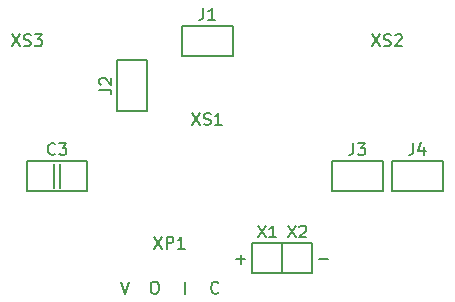
<source format=gbr>
G04 #@! TF.GenerationSoftware,KiCad,Pcbnew,5.1.6-c6e7f7d~87~ubuntu19.10.1*
G04 #@! TF.CreationDate,2022-01-09T14:59:42+06:00*
G04 #@! TF.ProjectId,1590N1_connector_board_r1,31353930-4e31-45f6-936f-6e6e6563746f,1A*
G04 #@! TF.SameCoordinates,Original*
G04 #@! TF.FileFunction,Legend,Top*
G04 #@! TF.FilePolarity,Positive*
%FSLAX46Y46*%
G04 Gerber Fmt 4.6, Leading zero omitted, Abs format (unit mm)*
G04 Created by KiCad (PCBNEW 5.1.6-c6e7f7d~87~ubuntu19.10.1) date 2022-01-09 14:59:42*
%MOMM*%
%LPD*%
G01*
G04 APERTURE LIST*
%ADD10C,0.200000*%
%ADD11O,5.400000X3.400000*%
%ADD12O,3.400000X5.400000*%
%ADD13O,5.900000X3.400000*%
%ADD14R,2.300000X2.300000*%
%ADD15C,2.300000*%
%ADD16O,2.900000X4.400000*%
%ADD17O,3.100000X4.400000*%
%ADD18R,2.000000X2.200000*%
%ADD19R,2.200000X2.000000*%
G04 APERTURE END LIST*
D10*
X106354523Y-160377142D02*
X106306904Y-160424761D01*
X106164047Y-160472380D01*
X106068809Y-160472380D01*
X105925952Y-160424761D01*
X105830714Y-160329523D01*
X105783095Y-160234285D01*
X105735476Y-160043809D01*
X105735476Y-159900952D01*
X105783095Y-159710476D01*
X105830714Y-159615238D01*
X105925952Y-159520000D01*
X106068809Y-159472380D01*
X106164047Y-159472380D01*
X106306904Y-159520000D01*
X106354523Y-159567619D01*
X103505000Y-160472380D02*
X103505000Y-159472380D01*
X100869761Y-159472380D02*
X101060238Y-159472380D01*
X101155476Y-159520000D01*
X101250714Y-159615238D01*
X101298333Y-159805714D01*
X101298333Y-160139047D01*
X101250714Y-160329523D01*
X101155476Y-160424761D01*
X101060238Y-160472380D01*
X100869761Y-160472380D01*
X100774523Y-160424761D01*
X100679285Y-160329523D01*
X100631666Y-160139047D01*
X100631666Y-159805714D01*
X100679285Y-159615238D01*
X100774523Y-159520000D01*
X100869761Y-159472380D01*
X98091666Y-159472380D02*
X98425000Y-160472380D01*
X98758333Y-159472380D01*
X114871547Y-157551428D02*
X115633452Y-157551428D01*
X107886547Y-157551428D02*
X108648452Y-157551428D01*
X108267500Y-157932380D02*
X108267500Y-157170476D01*
X95250000Y-149225000D02*
X90170000Y-149225000D01*
X95250000Y-151765000D02*
X90170000Y-151765000D01*
X92456000Y-151511000D02*
X92456000Y-149479000D01*
X92964000Y-151511000D02*
X92964000Y-149479000D01*
X90170000Y-151765000D02*
X90170000Y-149225000D01*
X95250000Y-151765000D02*
X95250000Y-149225000D01*
X125349000Y-151765000D02*
X125349000Y-149225000D01*
X121031000Y-151765000D02*
X121031000Y-149225000D01*
X125349000Y-151765000D02*
X121031000Y-151765000D01*
X125349000Y-149225000D02*
X121031000Y-149225000D01*
X115951000Y-149225000D02*
X115951000Y-151765000D01*
X120269000Y-149225000D02*
X120269000Y-151765000D01*
X115951000Y-149225000D02*
X120269000Y-149225000D01*
X115951000Y-151765000D02*
X120269000Y-151765000D01*
X97790000Y-140716000D02*
X97790000Y-145034000D01*
X100330000Y-140716000D02*
X100330000Y-145034000D01*
X100330000Y-145034000D02*
X97790000Y-145034000D01*
X100330000Y-140716000D02*
X97790000Y-140716000D01*
X107569000Y-137795000D02*
X103251000Y-137795000D01*
X107569000Y-140335000D02*
X103251000Y-140335000D01*
X103251000Y-140335000D02*
X103251000Y-137795000D01*
X107569000Y-140335000D02*
X107569000Y-137795000D01*
X111760000Y-156210000D02*
X111760000Y-158750000D01*
X109220000Y-156210000D02*
X109220000Y-158750000D01*
X109220000Y-158750000D02*
X111760000Y-158750000D01*
X109220000Y-156210000D02*
X111760000Y-156210000D01*
X114300000Y-156210000D02*
X114300000Y-158750000D01*
X111760000Y-156210000D02*
X111760000Y-158750000D01*
X111760000Y-158750000D02*
X114300000Y-158750000D01*
X111760000Y-156210000D02*
X114300000Y-156210000D01*
X104124285Y-145184880D02*
X104790952Y-146184880D01*
X104790952Y-145184880D02*
X104124285Y-146184880D01*
X105124285Y-146137261D02*
X105267142Y-146184880D01*
X105505238Y-146184880D01*
X105600476Y-146137261D01*
X105648095Y-146089642D01*
X105695714Y-145994404D01*
X105695714Y-145899166D01*
X105648095Y-145803928D01*
X105600476Y-145756309D01*
X105505238Y-145708690D01*
X105314761Y-145661071D01*
X105219523Y-145613452D01*
X105171904Y-145565833D01*
X105124285Y-145470595D01*
X105124285Y-145375357D01*
X105171904Y-145280119D01*
X105219523Y-145232500D01*
X105314761Y-145184880D01*
X105552857Y-145184880D01*
X105695714Y-145232500D01*
X106648095Y-146184880D02*
X106076666Y-146184880D01*
X106362380Y-146184880D02*
X106362380Y-145184880D01*
X106267142Y-145327738D01*
X106171904Y-145422976D01*
X106076666Y-145470595D01*
X100925476Y-155662380D02*
X101592142Y-156662380D01*
X101592142Y-155662380D02*
X100925476Y-156662380D01*
X101973095Y-156662380D02*
X101973095Y-155662380D01*
X102354047Y-155662380D01*
X102449285Y-155710000D01*
X102496904Y-155757619D01*
X102544523Y-155852857D01*
X102544523Y-155995714D01*
X102496904Y-156090952D01*
X102449285Y-156138571D01*
X102354047Y-156186190D01*
X101973095Y-156186190D01*
X103496904Y-156662380D02*
X102925476Y-156662380D01*
X103211190Y-156662380D02*
X103211190Y-155662380D01*
X103115952Y-155805238D01*
X103020714Y-155900476D01*
X102925476Y-155948095D01*
X88884285Y-138517380D02*
X89550952Y-139517380D01*
X89550952Y-138517380D02*
X88884285Y-139517380D01*
X89884285Y-139469761D02*
X90027142Y-139517380D01*
X90265238Y-139517380D01*
X90360476Y-139469761D01*
X90408095Y-139422142D01*
X90455714Y-139326904D01*
X90455714Y-139231666D01*
X90408095Y-139136428D01*
X90360476Y-139088809D01*
X90265238Y-139041190D01*
X90074761Y-138993571D01*
X89979523Y-138945952D01*
X89931904Y-138898333D01*
X89884285Y-138803095D01*
X89884285Y-138707857D01*
X89931904Y-138612619D01*
X89979523Y-138565000D01*
X90074761Y-138517380D01*
X90312857Y-138517380D01*
X90455714Y-138565000D01*
X90789047Y-138517380D02*
X91408095Y-138517380D01*
X91074761Y-138898333D01*
X91217619Y-138898333D01*
X91312857Y-138945952D01*
X91360476Y-138993571D01*
X91408095Y-139088809D01*
X91408095Y-139326904D01*
X91360476Y-139422142D01*
X91312857Y-139469761D01*
X91217619Y-139517380D01*
X90931904Y-139517380D01*
X90836666Y-139469761D01*
X90789047Y-139422142D01*
X119364285Y-138517380D02*
X120030952Y-139517380D01*
X120030952Y-138517380D02*
X119364285Y-139517380D01*
X120364285Y-139469761D02*
X120507142Y-139517380D01*
X120745238Y-139517380D01*
X120840476Y-139469761D01*
X120888095Y-139422142D01*
X120935714Y-139326904D01*
X120935714Y-139231666D01*
X120888095Y-139136428D01*
X120840476Y-139088809D01*
X120745238Y-139041190D01*
X120554761Y-138993571D01*
X120459523Y-138945952D01*
X120411904Y-138898333D01*
X120364285Y-138803095D01*
X120364285Y-138707857D01*
X120411904Y-138612619D01*
X120459523Y-138565000D01*
X120554761Y-138517380D01*
X120792857Y-138517380D01*
X120935714Y-138565000D01*
X121316666Y-138612619D02*
X121364285Y-138565000D01*
X121459523Y-138517380D01*
X121697619Y-138517380D01*
X121792857Y-138565000D01*
X121840476Y-138612619D01*
X121888095Y-138707857D01*
X121888095Y-138803095D01*
X121840476Y-138945952D01*
X121269047Y-139517380D01*
X121888095Y-139517380D01*
X92543333Y-148629642D02*
X92495714Y-148677261D01*
X92352857Y-148724880D01*
X92257619Y-148724880D01*
X92114761Y-148677261D01*
X92019523Y-148582023D01*
X91971904Y-148486785D01*
X91924285Y-148296309D01*
X91924285Y-148153452D01*
X91971904Y-147962976D01*
X92019523Y-147867738D01*
X92114761Y-147772500D01*
X92257619Y-147724880D01*
X92352857Y-147724880D01*
X92495714Y-147772500D01*
X92543333Y-147820119D01*
X92876666Y-147724880D02*
X93495714Y-147724880D01*
X93162380Y-148105833D01*
X93305238Y-148105833D01*
X93400476Y-148153452D01*
X93448095Y-148201071D01*
X93495714Y-148296309D01*
X93495714Y-148534404D01*
X93448095Y-148629642D01*
X93400476Y-148677261D01*
X93305238Y-148724880D01*
X93019523Y-148724880D01*
X92924285Y-148677261D01*
X92876666Y-148629642D01*
X122856666Y-147724880D02*
X122856666Y-148439166D01*
X122809047Y-148582023D01*
X122713809Y-148677261D01*
X122570952Y-148724880D01*
X122475714Y-148724880D01*
X123761428Y-148058214D02*
X123761428Y-148724880D01*
X123523333Y-147677261D02*
X123285238Y-148391547D01*
X123904285Y-148391547D01*
X117776666Y-147724880D02*
X117776666Y-148439166D01*
X117729047Y-148582023D01*
X117633809Y-148677261D01*
X117490952Y-148724880D01*
X117395714Y-148724880D01*
X118157619Y-147724880D02*
X118776666Y-147724880D01*
X118443333Y-148105833D01*
X118586190Y-148105833D01*
X118681428Y-148153452D01*
X118729047Y-148201071D01*
X118776666Y-148296309D01*
X118776666Y-148534404D01*
X118729047Y-148629642D01*
X118681428Y-148677261D01*
X118586190Y-148724880D01*
X118300476Y-148724880D01*
X118205238Y-148677261D01*
X118157619Y-148629642D01*
X96289880Y-143208333D02*
X97004166Y-143208333D01*
X97147023Y-143255952D01*
X97242261Y-143351190D01*
X97289880Y-143494047D01*
X97289880Y-143589285D01*
X96385119Y-142779761D02*
X96337500Y-142732142D01*
X96289880Y-142636904D01*
X96289880Y-142398809D01*
X96337500Y-142303571D01*
X96385119Y-142255952D01*
X96480357Y-142208333D01*
X96575595Y-142208333D01*
X96718452Y-142255952D01*
X97289880Y-142827380D01*
X97289880Y-142208333D01*
X105076666Y-136294880D02*
X105076666Y-137009166D01*
X105029047Y-137152023D01*
X104933809Y-137247261D01*
X104790952Y-137294880D01*
X104695714Y-137294880D01*
X106076666Y-137294880D02*
X105505238Y-137294880D01*
X105790952Y-137294880D02*
X105790952Y-136294880D01*
X105695714Y-136437738D01*
X105600476Y-136532976D01*
X105505238Y-136580595D01*
X109680476Y-154709880D02*
X110347142Y-155709880D01*
X110347142Y-154709880D02*
X109680476Y-155709880D01*
X111251904Y-155709880D02*
X110680476Y-155709880D01*
X110966190Y-155709880D02*
X110966190Y-154709880D01*
X110870952Y-154852738D01*
X110775714Y-154947976D01*
X110680476Y-154995595D01*
X112220476Y-154709880D02*
X112887142Y-155709880D01*
X112887142Y-154709880D02*
X112220476Y-155709880D01*
X113220476Y-154805119D02*
X113268095Y-154757500D01*
X113363333Y-154709880D01*
X113601428Y-154709880D01*
X113696666Y-154757500D01*
X113744285Y-154805119D01*
X113791904Y-154900357D01*
X113791904Y-154995595D01*
X113744285Y-155138452D01*
X113172857Y-155709880D01*
X113791904Y-155709880D01*
%LPC*%
D11*
X105410000Y-142755000D03*
D12*
X110210000Y-146255000D03*
D13*
X105410000Y-148755000D03*
D14*
X99060000Y-146685000D03*
D15*
X99060000Y-139065000D03*
X105985000Y-158115000D03*
D14*
X103485000Y-158115000D03*
X100985000Y-158115000D03*
X98485000Y-158115000D03*
D16*
X87670000Y-157755000D03*
X92670000Y-157755000D03*
D17*
X90170000Y-142755000D03*
X120650000Y-142755000D03*
D16*
X123150000Y-157755000D03*
X118150000Y-157755000D03*
D18*
X94110000Y-150495000D03*
X91310000Y-150495000D03*
X122140000Y-150495000D03*
X124240000Y-150495000D03*
X119160000Y-150495000D03*
X117060000Y-150495000D03*
D19*
X99060000Y-141825000D03*
X99060000Y-143925000D03*
D18*
X106460000Y-139065000D03*
X104360000Y-139065000D03*
D14*
X99060000Y-153035000D03*
X104140000Y-153035000D03*
X110490000Y-157480000D03*
G36*
G01*
X109100000Y-152575000D02*
X109100000Y-153495000D01*
G75*
G02*
X108410000Y-154185000I-690000J0D01*
G01*
X107490000Y-154185000D01*
G75*
G02*
X106800000Y-153495000I0J690000D01*
G01*
X106800000Y-152575000D01*
G75*
G02*
X107490000Y-151885000I690000J0D01*
G01*
X108410000Y-151885000D01*
G75*
G02*
X109100000Y-152575000I0J-690000D01*
G01*
G37*
D15*
X110490000Y-153035000D03*
D14*
X113030000Y-157480000D03*
M02*

</source>
